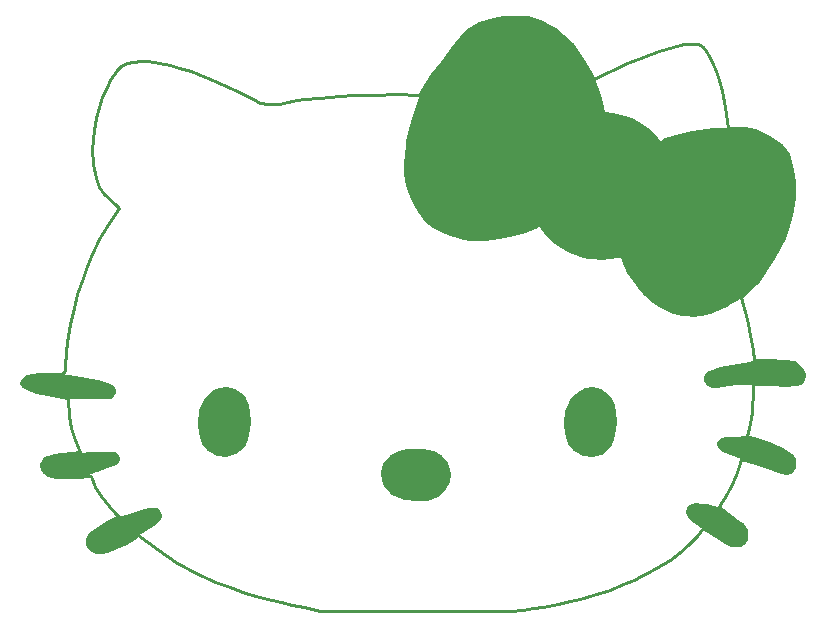
<source format=gbr>
G04 #@! TF.GenerationSoftware,KiCad,Pcbnew,no-vcs-found-4b010ca~60~ubuntu16.04.1*
G04 #@! TF.CreationDate,2017-10-03T11:45:03+03:00*
G04 #@! TF.ProjectId,TuxCon_Kitty_Rev_A,547578436F6E5F4B697474795F526576,rev?*
G04 #@! TF.SameCoordinates,Original*
G04 #@! TF.FileFunction,Legend,Top*
G04 #@! TF.FilePolarity,Positive*
%FSLAX46Y46*%
G04 Gerber Fmt 4.6, Leading zero omitted, Abs format (unit mm)*
G04 Created by KiCad (PCBNEW no-vcs-found-4b010ca~60~ubuntu16.04.1) date Tue Oct  3 11:45:03 2017*
%MOMM*%
%LPD*%
G01*
G04 APERTURE LIST*
%ADD10C,0.254000*%
%ADD11C,0.150000*%
G04 APERTURE END LIST*
D10*
X94805500Y-64516000D02*
X93789500Y-64706500D01*
X96456500Y-64516000D02*
X94805500Y-64516000D01*
X96774000Y-64516000D02*
X96456500Y-64516000D01*
X93345000Y-65024000D02*
X93281500Y-65278000D01*
X93789500Y-64706500D02*
X93345000Y-65024000D01*
X93281500Y-65278000D02*
X93472000Y-65595500D01*
X93472000Y-65595500D02*
X93916500Y-65849500D01*
X93916500Y-65849500D02*
X94551500Y-66040000D01*
X94551500Y-66040000D02*
X95440500Y-66230500D01*
X95440500Y-66230500D02*
X96710500Y-66484500D01*
X96710500Y-66484500D02*
X97218500Y-66611500D01*
X97218500Y-66611500D02*
X97345500Y-68072000D01*
X118554500Y-84582000D02*
X134620000Y-84582000D01*
X158559500Y-50673000D02*
X158305500Y-51689000D01*
X158686500Y-49593500D02*
X158559500Y-50673000D01*
X158686500Y-48323500D02*
X158686500Y-49593500D01*
X98869500Y-78930500D02*
X98869500Y-78549500D01*
X98933000Y-79184500D02*
X98869500Y-78930500D01*
X99250500Y-79438500D02*
X98933000Y-79184500D01*
X100139500Y-79629000D02*
X99631500Y-79629000D01*
X96075500Y-71437500D02*
X95567500Y-71564500D01*
X95567500Y-73088500D02*
X96202500Y-73279000D01*
X95377000Y-72961500D02*
X95567500Y-73088500D01*
X95186500Y-72834500D02*
X95377000Y-72961500D01*
X95059500Y-72580500D02*
X95186500Y-72834500D01*
X94996000Y-72326500D02*
X95059500Y-72580500D01*
X94996000Y-72136000D02*
X94996000Y-72326500D01*
X95123000Y-71882000D02*
X94996000Y-72136000D01*
X159575500Y-64643000D02*
X159512000Y-65024000D01*
X159512000Y-65024000D02*
X159258000Y-65278000D01*
X159448500Y-64325500D02*
X159575500Y-64643000D01*
X159258000Y-64008000D02*
X159448500Y-64325500D01*
X159004000Y-63754000D02*
X159258000Y-64008000D01*
X158686500Y-63563500D02*
X159004000Y-63754000D01*
X158369000Y-72834500D02*
X158051500Y-72898000D01*
X158559500Y-72644000D02*
X158369000Y-72834500D01*
X158686500Y-72390000D02*
X158559500Y-72644000D01*
X158750000Y-72136000D02*
X158686500Y-72390000D01*
X158686500Y-71755000D02*
X158750000Y-72136000D01*
X158623000Y-71564500D02*
X158686500Y-71755000D01*
X154495500Y-77533500D02*
X154305000Y-77279500D01*
X154622500Y-77787500D02*
X154495500Y-77533500D01*
X154686000Y-78041500D02*
X154622500Y-77787500D01*
X154686000Y-78295500D02*
X154686000Y-78041500D01*
X154622500Y-78549500D02*
X154686000Y-78295500D01*
X154559000Y-78676500D02*
X154622500Y-78549500D01*
X154368500Y-78867000D02*
X154559000Y-78676500D01*
X154178000Y-78994000D02*
X154368500Y-78867000D01*
X153924000Y-79057500D02*
X154178000Y-78994000D01*
X153670000Y-79057500D02*
X153924000Y-79057500D01*
X153352500Y-78994000D02*
X153670000Y-79057500D01*
X152844500Y-78740000D02*
X153352500Y-78994000D01*
X152336500Y-78422500D02*
X152844500Y-78740000D01*
X127444500Y-40068500D02*
X126936500Y-40894000D01*
X128079500Y-39179500D02*
X127444500Y-40068500D01*
X128905000Y-38100000D02*
X128079500Y-39179500D01*
X129794000Y-36957000D02*
X128905000Y-38100000D01*
X130556000Y-36004500D02*
X129794000Y-36957000D01*
X131191000Y-35369500D02*
X130556000Y-36004500D01*
X132080000Y-34798000D02*
X131191000Y-35369500D01*
X133223000Y-34480500D02*
X132080000Y-34798000D01*
X134048500Y-34353500D02*
X133223000Y-34480500D01*
X135255000Y-34290000D02*
X134048500Y-34353500D01*
X136207500Y-34353500D02*
X135255000Y-34290000D01*
X137223500Y-34671000D02*
X136207500Y-34353500D01*
X138493500Y-35306000D02*
X137223500Y-34671000D01*
X139954000Y-36576000D02*
X138493500Y-35306000D01*
X140970000Y-38100000D02*
X139954000Y-36576000D01*
X141795500Y-39560500D02*
X140970000Y-38100000D01*
X142621000Y-39116000D02*
X141795500Y-39560500D01*
X143700500Y-38608000D02*
X142621000Y-39116000D01*
X144589500Y-38227000D02*
X143700500Y-38608000D01*
X145542000Y-37846000D02*
X144589500Y-38227000D01*
X146621500Y-37465000D02*
X145542000Y-37846000D01*
X147320000Y-37211000D02*
X146621500Y-37465000D01*
X147891500Y-37020500D02*
X147320000Y-37211000D01*
X149098000Y-36703000D02*
X147891500Y-37020500D01*
X149415500Y-36639500D02*
X149098000Y-36703000D01*
X149860000Y-36576000D02*
X149415500Y-36639500D01*
X150114000Y-36576000D02*
X149860000Y-36576000D01*
X150304500Y-36576000D02*
X150114000Y-36576000D01*
X150558500Y-36639500D02*
X150304500Y-36576000D01*
X150749000Y-36703000D02*
X150558500Y-36639500D01*
X151003000Y-36893500D02*
X150749000Y-36703000D01*
X151257000Y-37211000D02*
X151003000Y-36893500D01*
X151511000Y-37592000D02*
X151257000Y-37211000D01*
X151765000Y-38100000D02*
X151511000Y-37592000D01*
X152146000Y-38862000D02*
X151765000Y-38100000D01*
X152400000Y-39624000D02*
X152146000Y-38862000D01*
X152654000Y-40576500D02*
X152400000Y-39624000D01*
X152908000Y-41910000D02*
X152654000Y-40576500D01*
X153162000Y-43688000D02*
X152908000Y-41910000D01*
X153860500Y-43688000D02*
X153162000Y-43688000D01*
X154559000Y-43688000D02*
X153860500Y-43688000D01*
X155448000Y-43878500D02*
X154559000Y-43688000D01*
X156591000Y-44450000D02*
X155448000Y-43878500D01*
X157607000Y-45148500D02*
X156591000Y-44450000D01*
X158178500Y-45910500D02*
X157607000Y-45148500D01*
X158559500Y-47244000D02*
X158178500Y-45910500D01*
X158686500Y-48323500D02*
X158559500Y-47244000D01*
X157861000Y-53022500D02*
X158305500Y-51689000D01*
X156972000Y-54737000D02*
X157861000Y-53022500D01*
X155702000Y-56705500D02*
X156972000Y-54737000D01*
X154241500Y-58039000D02*
X155702000Y-56705500D01*
X154432000Y-58674000D02*
X154241500Y-58039000D01*
X154622500Y-59563000D02*
X154432000Y-58674000D01*
X154813000Y-60325000D02*
X154622500Y-59563000D01*
X155003500Y-61214000D02*
X154813000Y-60325000D01*
X155257500Y-62547500D02*
X155003500Y-61214000D01*
X155321000Y-63373000D02*
X155257500Y-62547500D01*
X156591000Y-63373000D02*
X155321000Y-63373000D01*
X157924500Y-63436500D02*
X156591000Y-63373000D01*
X158686500Y-63563500D02*
X157924500Y-63436500D01*
X158877000Y-65405000D02*
X159258000Y-65278000D01*
X157924500Y-65468500D02*
X158877000Y-65405000D01*
X156972000Y-65405000D02*
X157924500Y-65468500D01*
X155892500Y-65405000D02*
X156972000Y-65405000D01*
X155257500Y-65405000D02*
X155892500Y-65405000D01*
X155257500Y-65849500D02*
X155257500Y-65405000D01*
X155257500Y-66421000D02*
X155257500Y-65849500D01*
X155194000Y-67183000D02*
X155257500Y-66421000D01*
X155130500Y-67754500D02*
X155194000Y-67183000D01*
X155067000Y-68262500D02*
X155130500Y-67754500D01*
X155003500Y-68707000D02*
X155067000Y-68262500D01*
X154940000Y-69088000D02*
X155003500Y-68707000D01*
X154749500Y-69786500D02*
X154940000Y-69088000D01*
X156591000Y-70421500D02*
X154749500Y-69786500D01*
X157670500Y-70929500D02*
X156591000Y-70421500D01*
X158432500Y-71374000D02*
X157670500Y-70929500D01*
X158623000Y-71564500D02*
X158432500Y-71374000D01*
X157607000Y-72834500D02*
X158051500Y-72898000D01*
X156654500Y-72517000D02*
X157607000Y-72834500D01*
X155384500Y-72072500D02*
X156654500Y-72517000D01*
X154241500Y-71755000D02*
X155384500Y-72072500D01*
X154178000Y-72072500D02*
X154241500Y-71755000D01*
X153797000Y-73088500D02*
X154178000Y-72072500D01*
X153352500Y-74041000D02*
X153797000Y-73088500D01*
X152844500Y-74993500D02*
X153352500Y-74041000D01*
X152527000Y-75438000D02*
X152844500Y-74993500D01*
X152336500Y-75819000D02*
X152527000Y-75438000D01*
X153924000Y-76962000D02*
X152336500Y-75819000D01*
X154305000Y-77279500D02*
X153924000Y-76962000D01*
X151701500Y-78041500D02*
X152336500Y-78422500D01*
X151003000Y-77597000D02*
X151701500Y-78041500D01*
X150495000Y-78295500D02*
X151003000Y-77597000D01*
X149860000Y-78930500D02*
X150495000Y-78295500D01*
X148971000Y-79692500D02*
X149860000Y-78930500D01*
X148209000Y-80264000D02*
X148971000Y-79692500D01*
X147066000Y-80962500D02*
X148209000Y-80264000D01*
X146304000Y-81407000D02*
X147066000Y-80962500D01*
X145796000Y-81661000D02*
X146304000Y-81407000D01*
X145161000Y-81978500D02*
X145796000Y-81661000D01*
X144272000Y-82359500D02*
X145161000Y-81978500D01*
X143129000Y-82804000D02*
X144272000Y-82359500D01*
X141668500Y-83248500D02*
X143129000Y-82804000D01*
X140589000Y-83566000D02*
X141668500Y-83248500D01*
X139763500Y-83756500D02*
X140589000Y-83566000D01*
X138747500Y-84010500D02*
X139763500Y-83756500D01*
X137477500Y-84264500D02*
X138747500Y-84010500D01*
X136652000Y-84391500D02*
X137477500Y-84264500D01*
X135763000Y-84518500D02*
X136652000Y-84391500D01*
X134620000Y-84582000D02*
X135763000Y-84518500D01*
X117221000Y-84264500D02*
X118554500Y-84582000D01*
X116205000Y-84074000D02*
X117221000Y-84264500D01*
X115316000Y-83883500D02*
X116205000Y-84074000D01*
X114490500Y-83693000D02*
X115316000Y-83883500D01*
X113792000Y-83502500D02*
X114490500Y-83693000D01*
X113157000Y-83312000D02*
X113792000Y-83502500D01*
X112268000Y-83058000D02*
X113157000Y-83312000D01*
X110998000Y-82613500D02*
X112268000Y-83058000D01*
X109728000Y-82169000D02*
X110998000Y-82613500D01*
X108077000Y-81407000D02*
X109728000Y-82169000D01*
X106489500Y-80518000D02*
X108077000Y-81407000D01*
X104775000Y-79375000D02*
X106489500Y-80518000D01*
X103187500Y-78168500D02*
X104775000Y-79375000D01*
X102806500Y-78422500D02*
X103187500Y-78168500D01*
X102171500Y-78867000D02*
X102806500Y-78422500D01*
X100520500Y-79502000D02*
X102171500Y-78867000D01*
X100139500Y-79629000D02*
X100520500Y-79502000D01*
X99250500Y-79438500D02*
X99631500Y-79629000D01*
X98933000Y-78295500D02*
X98869500Y-78549500D01*
X99314000Y-77914500D02*
X98933000Y-78295500D01*
X100520500Y-77089000D02*
X99314000Y-77914500D01*
X101600000Y-76581000D02*
X100520500Y-77089000D01*
X101346000Y-76390500D02*
X101600000Y-76581000D01*
X100711000Y-75692000D02*
X101346000Y-76390500D01*
X100076000Y-74866500D02*
X100711000Y-75692000D01*
X99568000Y-74104500D02*
X100076000Y-74866500D01*
X99187000Y-73152000D02*
X99568000Y-74104500D01*
X97853500Y-73279000D02*
X99187000Y-73152000D01*
X96202500Y-73279000D02*
X97853500Y-73279000D01*
X95250000Y-71691500D02*
X95123000Y-71882000D01*
X95567500Y-71564500D02*
X95250000Y-71691500D01*
X96774000Y-71310500D02*
X96075500Y-71437500D01*
X98298000Y-71183500D02*
X96774000Y-71310500D01*
X97853500Y-70104000D02*
X98298000Y-71183500D01*
X97536000Y-69088000D02*
X97853500Y-70104000D01*
X97345500Y-68072000D02*
X97536000Y-69088000D01*
X96964500Y-64262000D02*
X96774000Y-64516000D01*
X96964500Y-63881000D02*
X96964500Y-64262000D01*
X97091500Y-62674500D02*
X96964500Y-63881000D01*
X97155000Y-61849000D02*
X97091500Y-62674500D01*
X97409000Y-60325000D02*
X97155000Y-61849000D01*
X97726500Y-58991500D02*
X97409000Y-60325000D01*
X98044000Y-57785000D02*
X97726500Y-58991500D01*
X98488500Y-56388000D02*
X98044000Y-57785000D01*
X98869500Y-55435500D02*
X98488500Y-56388000D01*
X99250500Y-54419500D02*
X98869500Y-55435500D01*
X99885500Y-53149500D02*
X99250500Y-54419500D01*
X100584000Y-52006500D02*
X99885500Y-53149500D01*
X101092000Y-51244500D02*
X100584000Y-52006500D01*
X101536500Y-50482500D02*
X101092000Y-51244500D01*
X101282500Y-50228500D02*
X101536500Y-50482500D01*
X100330000Y-49276000D02*
X101282500Y-50228500D01*
X99885500Y-48704500D02*
X100330000Y-49276000D01*
X99631500Y-47942500D02*
X99885500Y-48704500D01*
X99377500Y-46799500D02*
X99631500Y-47942500D01*
X99314000Y-45529500D02*
X99377500Y-46799500D01*
X99441000Y-43878500D02*
X99314000Y-45529500D01*
X99631500Y-42862500D02*
X99441000Y-43878500D01*
X99885500Y-41910000D02*
X99631500Y-42862500D01*
X100139500Y-41084500D02*
X99885500Y-41910000D01*
X100520500Y-40259000D02*
X100139500Y-41084500D01*
X100838000Y-39687500D02*
X100520500Y-40259000D01*
X101409500Y-38798500D02*
X100838000Y-39687500D01*
X101727000Y-38481000D02*
X101409500Y-38798500D01*
X102235000Y-38227000D02*
X101727000Y-38481000D01*
X102743000Y-38100000D02*
X102235000Y-38227000D01*
X103441500Y-38036500D02*
X102743000Y-38100000D01*
X104013000Y-38036500D02*
X103441500Y-38036500D01*
X104965500Y-38227000D02*
X104013000Y-38036500D01*
X105918000Y-38417500D02*
X104965500Y-38227000D01*
X106616500Y-38608000D02*
X105918000Y-38417500D01*
X107632500Y-38925500D02*
X106616500Y-38608000D01*
X109283500Y-39560500D02*
X107632500Y-38925500D01*
X110617000Y-40132000D02*
X109283500Y-39560500D01*
X111760000Y-40703500D02*
X110617000Y-40132000D01*
X112903000Y-41275000D02*
X111760000Y-40703500D01*
X113538000Y-41592500D02*
X112903000Y-41275000D01*
X114173000Y-41719500D02*
X113538000Y-41592500D01*
X115125500Y-41656000D02*
X114173000Y-41719500D01*
X116205000Y-41465500D02*
X115125500Y-41656000D01*
X117157500Y-41275000D02*
X116205000Y-41465500D01*
X118491000Y-41148000D02*
X117157500Y-41275000D01*
X120269000Y-41021000D02*
X118491000Y-41148000D01*
X121412000Y-40957500D02*
X120269000Y-41021000D01*
X123190000Y-40894000D02*
X121412000Y-40957500D01*
X125031500Y-40830500D02*
X123190000Y-40894000D01*
X126936500Y-40894000D02*
X125031500Y-40830500D01*
D11*
X147153500Y-48514000D02*
G75*
G03X147153500Y-48514000I-4850000J0D01*
G01*
X142881644Y-49193159D02*
X143420392Y-49731907D01*
X142881644Y-49731907D02*
X143420392Y-49193159D01*
X141085592Y-47397107D02*
X141624340Y-47935855D01*
D10*
G36*
X136169260Y-34466802D02*
X137370064Y-34857307D01*
X138379365Y-35396255D01*
X138857172Y-35784962D01*
X139815731Y-36586720D01*
X140484215Y-37536774D01*
X140986944Y-38290868D01*
X141427277Y-39171534D01*
X141832625Y-40028867D01*
X142248120Y-41176425D01*
X142536443Y-42389370D01*
X142557087Y-42434418D01*
X142593400Y-42468136D01*
X142652650Y-42486787D01*
X143332167Y-42526179D01*
X144065795Y-42692468D01*
X144890892Y-42967501D01*
X145504607Y-43279229D01*
X146247683Y-43797427D01*
X147036721Y-44600281D01*
X147325119Y-44924419D01*
X147364647Y-44954303D01*
X147412603Y-44966784D01*
X147461684Y-44959964D01*
X147497146Y-44940883D01*
X147820985Y-44693242D01*
X148685177Y-44392231D01*
X150112254Y-44065192D01*
X151828735Y-43846912D01*
X154547570Y-43817143D01*
X155427929Y-44000955D01*
X156088107Y-44331043D01*
X157093519Y-44952033D01*
X157817723Y-45604249D01*
X158347616Y-46916111D01*
X158559085Y-48015943D01*
X158473610Y-50510048D01*
X157771383Y-52962896D01*
X156870944Y-54704405D01*
X155553397Y-56606428D01*
X154099720Y-57961215D01*
X153768672Y-58194896D01*
X153313444Y-58491784D01*
X152939725Y-58708148D01*
X152390022Y-58982999D01*
X151593103Y-59268316D01*
X150847842Y-59454631D01*
X150105919Y-59532728D01*
X149629780Y-59513294D01*
X149202667Y-59464758D01*
X148499224Y-59288897D01*
X147945685Y-59066898D01*
X147256928Y-58691837D01*
X146738447Y-58329878D01*
X146019372Y-57699457D01*
X145577838Y-57208863D01*
X145137999Y-56632437D01*
X144649712Y-55875790D01*
X144375190Y-55356159D01*
X144200814Y-54929909D01*
X144122971Y-54628265D01*
X144101466Y-54583622D01*
X144064514Y-54550607D01*
X144017740Y-54534245D01*
X143976595Y-54535175D01*
X143657929Y-54594925D01*
X143179502Y-54673927D01*
X142233293Y-54712758D01*
X141812250Y-54673591D01*
X141320469Y-54624413D01*
X140889170Y-54526391D01*
X140448433Y-54418655D01*
X139949117Y-54222845D01*
X139566947Y-54052067D01*
X138990683Y-53724100D01*
X138510604Y-53351794D01*
X138136654Y-53027048D01*
X137624279Y-52514673D01*
X137362976Y-52195303D01*
X137206968Y-51951540D01*
X137172628Y-51915816D01*
X137127230Y-51895953D01*
X137077686Y-51894976D01*
X137027710Y-51915582D01*
X136775861Y-52089939D01*
X136501524Y-52222378D01*
X135932087Y-52418735D01*
X135297538Y-52597202D01*
X134591464Y-52771732D01*
X133708727Y-52960890D01*
X133126117Y-53043697D01*
X132579887Y-53086248D01*
X132046822Y-53113000D01*
X131603193Y-53113000D01*
X131074314Y-53086359D01*
X130878183Y-53064246D01*
X130714815Y-53035416D01*
X130449253Y-52976402D01*
X130147103Y-52900498D01*
X129583707Y-52712699D01*
X128957062Y-52462041D01*
X128458166Y-52212593D01*
X128152161Y-52028990D01*
X127846836Y-51784730D01*
X127413682Y-51351576D01*
X127228600Y-51104800D01*
X127226170Y-51101664D01*
X126977510Y-50790839D01*
X126604624Y-50169362D01*
X126292875Y-49483514D01*
X125978358Y-48539964D01*
X125855396Y-48109596D01*
X125793500Y-47428744D01*
X125793500Y-46866517D01*
X125856417Y-45734008D01*
X125918772Y-45359879D01*
X125919519Y-45354752D01*
X125982068Y-44854364D01*
X126233964Y-43846778D01*
X126487301Y-42896764D01*
X126803694Y-41821028D01*
X127116908Y-40881387D01*
X127488553Y-40200038D01*
X128498501Y-38811359D01*
X128940779Y-38242716D01*
X129511293Y-37545421D01*
X129514174Y-37541764D01*
X130227721Y-36601315D01*
X131039950Y-35709845D01*
X131639401Y-35162435D01*
X133062950Y-34633242D01*
X134169980Y-34447105D01*
X136169260Y-34466802D01*
X136169260Y-34466802D01*
G37*
X136169260Y-34466802D02*
X137370064Y-34857307D01*
X138379365Y-35396255D01*
X138857172Y-35784962D01*
X139815731Y-36586720D01*
X140484215Y-37536774D01*
X140986944Y-38290868D01*
X141427277Y-39171534D01*
X141832625Y-40028867D01*
X142248120Y-41176425D01*
X142536443Y-42389370D01*
X142557087Y-42434418D01*
X142593400Y-42468136D01*
X142652650Y-42486787D01*
X143332167Y-42526179D01*
X144065795Y-42692468D01*
X144890892Y-42967501D01*
X145504607Y-43279229D01*
X146247683Y-43797427D01*
X147036721Y-44600281D01*
X147325119Y-44924419D01*
X147364647Y-44954303D01*
X147412603Y-44966784D01*
X147461684Y-44959964D01*
X147497146Y-44940883D01*
X147820985Y-44693242D01*
X148685177Y-44392231D01*
X150112254Y-44065192D01*
X151828735Y-43846912D01*
X154547570Y-43817143D01*
X155427929Y-44000955D01*
X156088107Y-44331043D01*
X157093519Y-44952033D01*
X157817723Y-45604249D01*
X158347616Y-46916111D01*
X158559085Y-48015943D01*
X158473610Y-50510048D01*
X157771383Y-52962896D01*
X156870944Y-54704405D01*
X155553397Y-56606428D01*
X154099720Y-57961215D01*
X153768672Y-58194896D01*
X153313444Y-58491784D01*
X152939725Y-58708148D01*
X152390022Y-58982999D01*
X151593103Y-59268316D01*
X150847842Y-59454631D01*
X150105919Y-59532728D01*
X149629780Y-59513294D01*
X149202667Y-59464758D01*
X148499224Y-59288897D01*
X147945685Y-59066898D01*
X147256928Y-58691837D01*
X146738447Y-58329878D01*
X146019372Y-57699457D01*
X145577838Y-57208863D01*
X145137999Y-56632437D01*
X144649712Y-55875790D01*
X144375190Y-55356159D01*
X144200814Y-54929909D01*
X144122971Y-54628265D01*
X144101466Y-54583622D01*
X144064514Y-54550607D01*
X144017740Y-54534245D01*
X143976595Y-54535175D01*
X143657929Y-54594925D01*
X143179502Y-54673927D01*
X142233293Y-54712758D01*
X141812250Y-54673591D01*
X141320469Y-54624413D01*
X140889170Y-54526391D01*
X140448433Y-54418655D01*
X139949117Y-54222845D01*
X139566947Y-54052067D01*
X138990683Y-53724100D01*
X138510604Y-53351794D01*
X138136654Y-53027048D01*
X137624279Y-52514673D01*
X137362976Y-52195303D01*
X137206968Y-51951540D01*
X137172628Y-51915816D01*
X137127230Y-51895953D01*
X137077686Y-51894976D01*
X137027710Y-51915582D01*
X136775861Y-52089939D01*
X136501524Y-52222378D01*
X135932087Y-52418735D01*
X135297538Y-52597202D01*
X134591464Y-52771732D01*
X133708727Y-52960890D01*
X133126117Y-53043697D01*
X132579887Y-53086248D01*
X132046822Y-53113000D01*
X131603193Y-53113000D01*
X131074314Y-53086359D01*
X130878183Y-53064246D01*
X130714815Y-53035416D01*
X130449253Y-52976402D01*
X130147103Y-52900498D01*
X129583707Y-52712699D01*
X128957062Y-52462041D01*
X128458166Y-52212593D01*
X128152161Y-52028990D01*
X127846836Y-51784730D01*
X127413682Y-51351576D01*
X127228600Y-51104800D01*
X127226170Y-51101664D01*
X126977510Y-50790839D01*
X126604624Y-50169362D01*
X126292875Y-49483514D01*
X125978358Y-48539964D01*
X125855396Y-48109596D01*
X125793500Y-47428744D01*
X125793500Y-46866517D01*
X125856417Y-45734008D01*
X125918772Y-45359879D01*
X125919519Y-45354752D01*
X125982068Y-44854364D01*
X126233964Y-43846778D01*
X126487301Y-42896764D01*
X126803694Y-41821028D01*
X127116908Y-40881387D01*
X127488553Y-40200038D01*
X128498501Y-38811359D01*
X128940779Y-38242716D01*
X129511293Y-37545421D01*
X129514174Y-37541764D01*
X130227721Y-36601315D01*
X131039950Y-35709845D01*
X131639401Y-35162435D01*
X133062950Y-34633242D01*
X134169980Y-34447105D01*
X136169260Y-34466802D01*
G36*
X98367150Y-64904945D02*
X99165093Y-65064534D01*
X99165867Y-65064686D01*
X99784147Y-65184353D01*
X100224516Y-65282213D01*
X100570476Y-65407143D01*
X100927991Y-65581317D01*
X101138331Y-65850552D01*
X101167752Y-66085918D01*
X101044789Y-66254992D01*
X100821400Y-66459765D01*
X100741548Y-66513000D01*
X97175299Y-66513000D01*
X95840157Y-66186632D01*
X95832212Y-66184957D01*
X94327789Y-65917724D01*
X93842105Y-65698690D01*
X93510928Y-65474922D01*
X93401365Y-65232318D01*
X93417844Y-65127951D01*
X93727299Y-64877042D01*
X94293952Y-64744823D01*
X94810854Y-64666800D01*
X96690880Y-64627220D01*
X98367150Y-64904945D01*
X98367150Y-64904945D01*
G37*
X98367150Y-64904945D02*
X99165093Y-65064534D01*
X99165867Y-65064686D01*
X99784147Y-65184353D01*
X100224516Y-65282213D01*
X100570476Y-65407143D01*
X100927991Y-65581317D01*
X101138331Y-65850552D01*
X101167752Y-66085918D01*
X101044789Y-66254992D01*
X100821400Y-66459765D01*
X100741548Y-66513000D01*
X97175299Y-66513000D01*
X95840157Y-66186632D01*
X95832212Y-66184957D01*
X94327789Y-65917724D01*
X93842105Y-65698690D01*
X93510928Y-65474922D01*
X93401365Y-65232318D01*
X93417844Y-65127951D01*
X93727299Y-64877042D01*
X94293952Y-64744823D01*
X94810854Y-64666800D01*
X96690880Y-64627220D01*
X98367150Y-64904945D01*
G36*
X101307404Y-71314302D02*
X101431185Y-71495847D01*
X101493000Y-71611751D01*
X101493000Y-71790020D01*
X101430593Y-71914835D01*
X101382280Y-71983853D01*
X101066347Y-72164386D01*
X100337573Y-72430290D01*
X99668765Y-72659881D01*
X99659362Y-72663532D01*
X98982186Y-72957956D01*
X98124292Y-73123686D01*
X97078079Y-73182906D01*
X96329824Y-73163215D01*
X96042760Y-73126174D01*
X95458785Y-72886840D01*
X95258918Y-72758925D01*
X95119883Y-72272303D01*
X95159917Y-72024097D01*
X95345059Y-71798706D01*
X96100191Y-71543849D01*
X96735092Y-71446172D01*
X97430846Y-71386536D01*
X97433724Y-71386256D01*
X98351030Y-71286549D01*
X99104172Y-71237000D01*
X101106419Y-71237000D01*
X101307404Y-71314302D01*
X101307404Y-71314302D01*
G37*
X101307404Y-71314302D02*
X101431185Y-71495847D01*
X101493000Y-71611751D01*
X101493000Y-71790020D01*
X101430593Y-71914835D01*
X101382280Y-71983853D01*
X101066347Y-72164386D01*
X100337573Y-72430290D01*
X99668765Y-72659881D01*
X99659362Y-72663532D01*
X98982186Y-72957956D01*
X98124292Y-73123686D01*
X97078079Y-73182906D01*
X96329824Y-73163215D01*
X96042760Y-73126174D01*
X95458785Y-72886840D01*
X95258918Y-72758925D01*
X95119883Y-72272303D01*
X95159917Y-72024097D01*
X95345059Y-71798706D01*
X96100191Y-71543849D01*
X96735092Y-71446172D01*
X97430846Y-71386536D01*
X97433724Y-71386256D01*
X98351030Y-71286549D01*
X99104172Y-71237000D01*
X101106419Y-71237000D01*
X101307404Y-71314302D01*
G36*
X104666119Y-76003690D02*
X104950002Y-76270874D01*
X105063210Y-76602414D01*
X104938535Y-76867349D01*
X104408369Y-77264974D01*
X103529560Y-77808058D01*
X102936294Y-78084915D01*
X102909778Y-78101545D01*
X102115673Y-78748594D01*
X101005479Y-79171057D01*
X100051463Y-79521512D01*
X99512424Y-79486165D01*
X99137807Y-79147226D01*
X99001300Y-78933933D01*
X98950276Y-78610782D01*
X99049121Y-78314247D01*
X99694625Y-77773163D01*
X100395881Y-77338582D01*
X101124242Y-76905503D01*
X101561562Y-76750011D01*
X102419792Y-76460608D01*
X103404406Y-76142349D01*
X104130839Y-75968005D01*
X104666119Y-76003690D01*
X104666119Y-76003690D01*
G37*
X104666119Y-76003690D02*
X104950002Y-76270874D01*
X105063210Y-76602414D01*
X104938535Y-76867349D01*
X104408369Y-77264974D01*
X103529560Y-77808058D01*
X102936294Y-78084915D01*
X102909778Y-78101545D01*
X102115673Y-78748594D01*
X101005479Y-79171057D01*
X100051463Y-79521512D01*
X99512424Y-79486165D01*
X99137807Y-79147226D01*
X99001300Y-78933933D01*
X98950276Y-78610782D01*
X99049121Y-78314247D01*
X99694625Y-77773163D01*
X100395881Y-77338582D01*
X101124242Y-76905503D01*
X101561562Y-76750011D01*
X102419792Y-76460608D01*
X103404406Y-76142349D01*
X104130839Y-75968005D01*
X104666119Y-76003690D01*
G36*
X111313963Y-65916722D02*
X112029232Y-66453174D01*
X112369492Y-67152598D01*
X112513779Y-67777840D01*
X112552814Y-68500000D01*
X112513677Y-69224036D01*
X112349041Y-70047218D01*
X112038708Y-70639672D01*
X111419040Y-71174840D01*
X110608191Y-71391695D01*
X109888615Y-71335624D01*
X109103333Y-70881485D01*
X108702275Y-70396485D01*
X108406028Y-69555526D01*
X108367233Y-68692335D01*
X108454859Y-67621358D01*
X108905025Y-66586934D01*
X109569221Y-66008134D01*
X110022489Y-65804626D01*
X110659464Y-65748423D01*
X111313963Y-65916722D01*
X111313963Y-65916722D01*
G37*
X111313963Y-65916722D02*
X112029232Y-66453174D01*
X112369492Y-67152598D01*
X112513779Y-67777840D01*
X112552814Y-68500000D01*
X112513677Y-69224036D01*
X112349041Y-70047218D01*
X112038708Y-70639672D01*
X111419040Y-71174840D01*
X110608191Y-71391695D01*
X109888615Y-71335624D01*
X109103333Y-70881485D01*
X108702275Y-70396485D01*
X108406028Y-69555526D01*
X108367233Y-68692335D01*
X108454859Y-67621358D01*
X108905025Y-66586934D01*
X109569221Y-66008134D01*
X110022489Y-65804626D01*
X110659464Y-65748423D01*
X111313963Y-65916722D01*
G36*
X142308850Y-65944020D02*
X143024119Y-66480472D01*
X143364379Y-67179896D01*
X143508666Y-67805138D01*
X143547701Y-68527298D01*
X143508564Y-69251334D01*
X143343928Y-70074516D01*
X143033595Y-70666970D01*
X142413927Y-71202138D01*
X141603078Y-71418993D01*
X140883502Y-71362922D01*
X140098220Y-70908783D01*
X139697162Y-70423783D01*
X139400915Y-69582824D01*
X139362120Y-68719633D01*
X139449746Y-67648656D01*
X139899912Y-66614232D01*
X140564108Y-66035432D01*
X141017376Y-65831924D01*
X141654351Y-65775721D01*
X142308850Y-65944020D01*
X142308850Y-65944020D01*
G37*
X142308850Y-65944020D02*
X143024119Y-66480472D01*
X143364379Y-67179896D01*
X143508666Y-67805138D01*
X143547701Y-68527298D01*
X143508564Y-69251334D01*
X143343928Y-70074516D01*
X143033595Y-70666970D01*
X142413927Y-71202138D01*
X141603078Y-71418993D01*
X140883502Y-71362922D01*
X140098220Y-70908783D01*
X139697162Y-70423783D01*
X139400915Y-69582824D01*
X139362120Y-68719633D01*
X139449746Y-67648656D01*
X139899912Y-66614232D01*
X140564108Y-66035432D01*
X141017376Y-65831924D01*
X141654351Y-65775721D01*
X142308850Y-65944020D01*
G36*
X156976903Y-63506962D02*
X156980000Y-63507000D01*
X157666567Y-63507000D01*
X158017458Y-63525967D01*
X158422448Y-63651321D01*
X158426983Y-63652633D01*
X158667669Y-63717433D01*
X159004365Y-63935830D01*
X159215643Y-64193039D01*
X159336034Y-64396776D01*
X159455093Y-64685921D01*
X159419841Y-64798727D01*
X159342986Y-65003674D01*
X159155662Y-65158419D01*
X158839333Y-65275913D01*
X158324919Y-65342596D01*
X157726238Y-65313153D01*
X157726238Y-65313154D01*
X156916264Y-65273155D01*
X156913502Y-65273048D01*
X155463502Y-65233048D01*
X155448672Y-65233506D01*
X154782965Y-65293122D01*
X153857269Y-65313029D01*
X153838156Y-65314893D01*
X153211331Y-65424339D01*
X152647563Y-65493573D01*
X152115303Y-65533000D01*
X151758900Y-65533000D01*
X151565625Y-65474177D01*
X151401459Y-65361853D01*
X151286087Y-65246481D01*
X151201667Y-65060756D01*
X151187841Y-64991625D01*
X151204828Y-64736820D01*
X151282379Y-64597227D01*
X151392120Y-64487486D01*
X151544387Y-64380003D01*
X151738155Y-64287733D01*
X152018547Y-64191046D01*
X152421891Y-64072994D01*
X152945598Y-63954419D01*
X153482551Y-63854983D01*
X153990893Y-63765276D01*
X154499681Y-63685466D01*
X154510802Y-63683208D01*
X154905880Y-63584439D01*
X155253248Y-63526544D01*
X156161213Y-63487067D01*
X156976903Y-63506962D01*
X156976903Y-63506962D01*
G37*
X156976903Y-63506962D02*
X156980000Y-63507000D01*
X157666567Y-63507000D01*
X158017458Y-63525967D01*
X158422448Y-63651321D01*
X158426983Y-63652633D01*
X158667669Y-63717433D01*
X159004365Y-63935830D01*
X159215643Y-64193039D01*
X159336034Y-64396776D01*
X159455093Y-64685921D01*
X159419841Y-64798727D01*
X159342986Y-65003674D01*
X159155662Y-65158419D01*
X158839333Y-65275913D01*
X158324919Y-65342596D01*
X157726238Y-65313153D01*
X157726238Y-65313154D01*
X156916264Y-65273155D01*
X156913502Y-65273048D01*
X155463502Y-65233048D01*
X155448672Y-65233506D01*
X154782965Y-65293122D01*
X153857269Y-65313029D01*
X153838156Y-65314893D01*
X153211331Y-65424339D01*
X152647563Y-65493573D01*
X152115303Y-65533000D01*
X151758900Y-65533000D01*
X151565625Y-65474177D01*
X151401459Y-65361853D01*
X151286087Y-65246481D01*
X151201667Y-65060756D01*
X151187841Y-64991625D01*
X151204828Y-64736820D01*
X151282379Y-64597227D01*
X151392120Y-64487486D01*
X151544387Y-64380003D01*
X151738155Y-64287733D01*
X152018547Y-64191046D01*
X152421891Y-64072994D01*
X152945598Y-63954419D01*
X153482551Y-63854983D01*
X153990893Y-63765276D01*
X154499681Y-63685466D01*
X154510802Y-63683208D01*
X154905880Y-63584439D01*
X155253248Y-63526544D01*
X156161213Y-63487067D01*
X156976903Y-63506962D01*
G36*
X154620356Y-69933655D02*
X155362020Y-70151210D01*
X156257446Y-70449685D01*
X156987608Y-70725963D01*
X157659987Y-71081928D01*
X158213183Y-71382789D01*
X158536927Y-71706533D01*
X158583000Y-71867789D01*
X158583000Y-72127423D01*
X158528459Y-72400129D01*
X158415006Y-72643241D01*
X158286858Y-72700196D01*
X158062557Y-72763000D01*
X157742716Y-72763000D01*
X157304025Y-72600875D01*
X157296978Y-72598502D01*
X156608565Y-72388985D01*
X155890278Y-72149556D01*
X155150648Y-71899681D01*
X155145409Y-71898036D01*
X154526110Y-71718240D01*
X154207150Y-71621585D01*
X153776796Y-71406408D01*
X153766366Y-71401766D01*
X153257923Y-71202377D01*
X152745741Y-70985684D01*
X152510174Y-70854814D01*
X152322127Y-70555647D01*
X152301866Y-70407068D01*
X152390181Y-70259876D01*
X152601909Y-70056617D01*
X152844546Y-70004623D01*
X153221304Y-69937000D01*
X153940000Y-69937000D01*
X153946917Y-69936811D01*
X154481633Y-69907645D01*
X154620356Y-69933655D01*
X154620356Y-69933655D01*
G37*
X154620356Y-69933655D02*
X155362020Y-70151210D01*
X156257446Y-70449685D01*
X156987608Y-70725963D01*
X157659987Y-71081928D01*
X158213183Y-71382789D01*
X158536927Y-71706533D01*
X158583000Y-71867789D01*
X158583000Y-72127423D01*
X158528459Y-72400129D01*
X158415006Y-72643241D01*
X158286858Y-72700196D01*
X158062557Y-72763000D01*
X157742716Y-72763000D01*
X157304025Y-72600875D01*
X157296978Y-72598502D01*
X156608565Y-72388985D01*
X155890278Y-72149556D01*
X155150648Y-71899681D01*
X155145409Y-71898036D01*
X154526110Y-71718240D01*
X154207150Y-71621585D01*
X153776796Y-71406408D01*
X153766366Y-71401766D01*
X153257923Y-71202377D01*
X152745741Y-70985684D01*
X152510174Y-70854814D01*
X152322127Y-70555647D01*
X152301866Y-70407068D01*
X152390181Y-70259876D01*
X152601909Y-70056617D01*
X152844546Y-70004623D01*
X153221304Y-69937000D01*
X153940000Y-69937000D01*
X153946917Y-69936811D01*
X154481633Y-69907645D01*
X154620356Y-69933655D01*
G36*
X150856144Y-75616281D02*
X151361562Y-75684318D01*
X151870536Y-75850713D01*
X151880912Y-75853624D01*
X152202478Y-75929287D01*
X152849205Y-76305740D01*
X153521807Y-76820082D01*
X154237396Y-77390619D01*
X154533000Y-78028016D01*
X154533000Y-78426517D01*
X154391273Y-78676623D01*
X154162309Y-78863186D01*
X153793582Y-78950978D01*
X153466253Y-78906745D01*
X153020135Y-78697924D01*
X151286073Y-77641541D01*
X151274602Y-77635337D01*
X150866436Y-77440972D01*
X149940773Y-76737083D01*
X149698209Y-76242970D01*
X149714290Y-75848968D01*
X149870261Y-75742624D01*
X150299489Y-75569106D01*
X150856144Y-75616281D01*
X150856144Y-75616281D01*
G37*
X150856144Y-75616281D02*
X151361562Y-75684318D01*
X151870536Y-75850713D01*
X151880912Y-75853624D01*
X152202478Y-75929287D01*
X152849205Y-76305740D01*
X153521807Y-76820082D01*
X154237396Y-77390619D01*
X154533000Y-78028016D01*
X154533000Y-78426517D01*
X154391273Y-78676623D01*
X154162309Y-78863186D01*
X153793582Y-78950978D01*
X153466253Y-78906745D01*
X153020135Y-78697924D01*
X151286073Y-77641541D01*
X151274602Y-77635337D01*
X150866436Y-77440972D01*
X149940773Y-76737083D01*
X149698209Y-76242970D01*
X149714290Y-75848968D01*
X149870261Y-75742624D01*
X150299489Y-75569106D01*
X150856144Y-75616281D01*
G36*
X127324036Y-70996323D02*
X128147218Y-71160959D01*
X128739672Y-71471292D01*
X129274839Y-72090960D01*
X129491695Y-72901809D01*
X129435624Y-73621385D01*
X128981485Y-74406667D01*
X128496485Y-74807725D01*
X127655526Y-75103972D01*
X126792335Y-75142768D01*
X125721358Y-75055141D01*
X124686933Y-74604975D01*
X124108133Y-73940779D01*
X123904626Y-73487512D01*
X123848423Y-72850537D01*
X124016722Y-72196037D01*
X124553174Y-71480768D01*
X125252597Y-71140508D01*
X125877840Y-70996221D01*
X126599999Y-70957186D01*
X127324036Y-70996323D01*
X127324036Y-70996323D01*
G37*
X127324036Y-70996323D02*
X128147218Y-71160959D01*
X128739672Y-71471292D01*
X129274839Y-72090960D01*
X129491695Y-72901809D01*
X129435624Y-73621385D01*
X128981485Y-74406667D01*
X128496485Y-74807725D01*
X127655526Y-75103972D01*
X126792335Y-75142768D01*
X125721358Y-75055141D01*
X124686933Y-74604975D01*
X124108133Y-73940779D01*
X123904626Y-73487512D01*
X123848423Y-72850537D01*
X124016722Y-72196037D01*
X124553174Y-71480768D01*
X125252597Y-71140508D01*
X125877840Y-70996221D01*
X126599999Y-70957186D01*
X127324036Y-70996323D01*
M02*

</source>
